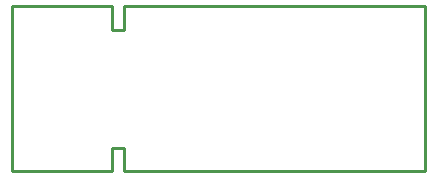
<source format=gko>
G04 ---------------------------- Layer name :KeepOutLayer*
G04 EasyEDA v5.7.26, Mon, 24 Sep 2018 03:33:45 GMT*
G04 f2589365b48f4548adba9131c7c0e0b5*
G04 Gerber Generator version 0.2*
G04 Scale: 100 percent, Rotated: No, Reflected: No *
G04 Dimensions in millimeters *
G04 leading zeros omitted , absolute positions ,3 integer and 3 decimal *
%FSLAX33Y33*%
%MOMM*%
G90*
G71D02*

%ADD10C,0.254000*%
G54D10*
G01X0Y14000D02*
G01X8498Y14000D01*
G01X8498Y12001D01*
G01X9499Y12001D01*
G01X9499Y14000D01*
G01X34996Y14003D01*
G01X34996Y2D01*
G01X9499Y0D01*
G01X9499Y2001D01*
G01X8498Y2001D01*
G01X8498Y0D01*
G01X0Y0D01*
G01X0Y14000D01*

%LPD*%
M00*
M02*

</source>
